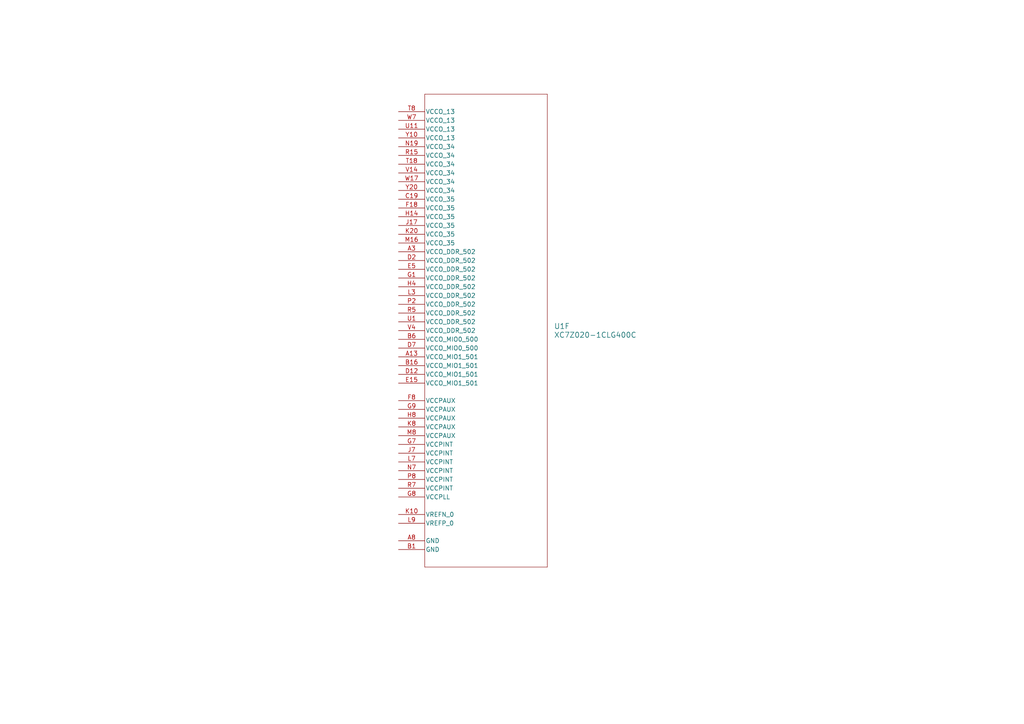
<source format=kicad_sch>
(kicad_sch (version 20231120) (generator "eeschema") (generator_version "8.0")
  (paper "A4")
  (lib_symbols
    (symbol "ZYNC-7020/XC7Z020-1CLG400C:XC7Z020-1CLG400C" (pin_names (offset 0.254))
      (property "Reference" "U" (at 43.18 10.16 0))
      (property "Value" "XC7Z020-1CLG400C" (at 43.18 7.62 0))
      (symbol "XC7Z020-1CLG400C_1_1"
        (polyline (pts (xy 7.62 -91.44) (xy 78.74 -91.44)) (stroke (width 0.127)))
        (polyline (pts (xy 7.62 5.08) (xy 7.62 -91.44)) (stroke (width 0.127)))
        (polyline (pts (xy 78.74 -91.44) (xy 78.74 5.08)) (stroke (width 0.127)))
        (polyline (pts (xy 78.74 5.08) (xy 7.62 5.08)) (stroke (width 0.127)))
        (pin output line (at 86.36 -58.42 180) (length 7.62) (name "PS_DDR_DM0_502") (number "A1"))
        (pin input line (at 0 -12.7 0) (length 7.62) (name "PS_SRST_B_501") (number "B10"))
        (pin output line (at 86.36 -68.58 180) (length 7.62) (name "PS_DDR_DRST_B_502") (number "B4"))
        (pin input line (at 0 -10.16 0) (length 7.62) (name "PS_POR_B_500") (number "C7"))
        (pin output line (at 86.36 -33.02 180) (length 7.62) (name "PS_DDR_A13_502") (number "D4"))
        (pin output line (at 86.36 -30.48 180) (length 7.62) (name "PS_DDR_A12_502") (number "E4"))
        (pin input line (at 0 -7.62 0) (length 7.62) (name "PS_CLK_500") (number "E7"))
        (pin output line (at 86.36 -60.96 180) (length 7.62) (name "PS_DDR_DM1_502") (number "F1"))
        (pin output line (at 86.36 -35.56 180) (length 7.62) (name "PS_DDR_A14_502") (number "F4"))
        (pin output line (at 86.36 -25.4 180) (length 7.62) (name "PS_DDR_A10_502") (number "F5"))
        (pin output line (at 86.36 -86.36 180) (length 7.62) (name "TDO_0") (number "F6"))
        (pin input line (at 0 -15.24 0) (length 7.62) (name "TCK_0") (number "F9"))
        (pin bidirectional line (at 0 -43.18 0) (length 7.62) (name "IO_0_35") (number "G14"))
        (pin output line (at 86.36 -27.94 180) (length 7.62) (name "PS_DDR_A11_502") (number "G4"))
        (pin output line (at 86.36 -76.2 180) (length 7.62) (name "PS_DDR_VRN_502") (number "G5"))
        (pin input line (at 0 -17.78 0) (length 7.62) (name "TDI_0") (number "G6"))
        (pin output line (at 86.36 -78.74 180) (length 7.62) (name "PS_DDR_VRP_502") (number "H5"))
        (pin bidirectional line (at 0 -50.8 0) (length 7.62) (name "IO_25_35") (number "J15"))
        (pin output line (at 86.36 -22.86 180) (length 7.62) (name "PS_DDR_A9_502") (number "J4"))
        (pin output line (at 86.36 -43.18 180) (length 7.62) (name "PS_DDR_BA2_502") (number "J5"))
        (pin input line (at 0 -20.32 0) (length 7.62) (name "TMS_0") (number "J6"))
        (pin output line (at 86.36 -20.32 180) (length 7.62) (name "PS_DDR_A8_502") (number "K1"))
        (pin output line (at 86.36 -2.54 180) (length 7.62) (name "PS_DDR_A1_502") (number "K2"))
        (pin output line (at 86.36 -7.62 180) (length 7.62) (name "PS_DDR_A3_502") (number "K3"))
        (pin output line (at 86.36 -17.78 180) (length 7.62) (name "PS_DDR_A7_502") (number "K4"))
        (pin input line (at 0 -25.4 0) (length 7.62) (name "VP_0") (number "K9"))
        (pin output line (at 86.36 -12.7 180) (length 7.62) (name "PS_DDR_A5_502") (number "L1"))
        (pin input line (at 0 -22.86 0) (length 7.62) (name "VN_0") (number "L10"))
        (pin output line (at 86.36 -53.34 180) (length 7.62) (name "PS_DDR_CKP_502") (number "L2"))
        (pin output line (at 86.36 -15.24 180) (length 7.62) (name "PS_DDR_A6_502") (number "L4"))
        (pin output line (at 86.36 -38.1 180) (length 7.62) (name "PS_DDR_BA0_502") (number "L5"))
        (pin input line (at 0 -5.08 0) (length 7.62) (name "PROGRAM_B_0") (number "L6"))
        (pin unspecified line (at 0 -33.02 0) (length 7.62) (name "DXN_0") (number "M10"))
        (pin output line (at 86.36 -50.8 180) (length 7.62) (name "PS_DDR_CKN_502") (number "M2"))
        (pin output line (at 86.36 -5.08 180) (length 7.62) (name "PS_DDR_A2_502") (number "M3"))
        (pin output line (at 86.36 -10.16 180) (length 7.62) (name "PS_DDR_A4_502") (number "M4"))
        (pin output line (at 86.36 -81.28 180) (length 7.62) (name "PS_DDR_WE_B_502") (number "M5"))
        (pin input line (at 0 0 0) (length 7.62) (name "CFGBVS_0") (number "M6"))
        (pin unspecified line (at 0 -35.56 0) (length 7.62) (name "DXP_0") (number "M9"))
        (pin output line (at 86.36 -55.88 180) (length 7.62) (name "PS_DDR_CS_B_502") (number "N1"))
        (pin output line (at 86.36 0 180) (length 7.62) (name "PS_DDR_A0_502") (number "N2"))
        (pin output line (at 86.36 -48.26 180) (length 7.62) (name "PS_DDR_CKE_502") (number "N3"))
        (pin output line (at 86.36 -71.12 180) (length 7.62) (name "PS_DDR_ODT_502") (number "N5"))
        (pin output line (at 86.36 -73.66 180) (length 7.62) (name "PS_DDR_RAS_B_502") (number "P4"))
        (pin output line (at 86.36 -45.72 180) (length 7.62) (name "PS_DDR_CAS_B_502") (number "P5"))
        (pin bidirectional line (at 0 -2.54 0) (length 7.62) (name "INIT_B_0") (number "R10"))
        (pin bidirectional line (at 0 -30.48 0) (length 7.62) (name "DONE_0") (number "R11"))
        (pin bidirectional line (at 0 -40.64 0) (length 7.62) (name "IO_0_34") (number "R19"))
        (pin output line (at 86.36 -40.64 180) (length 7.62) (name "PS_DDR_BA1_502") (number "R4"))
        (pin output line (at 86.36 -63.5 180) (length 7.62) (name "PS_DDR_DM2_502") (number "T1"))
        (pin bidirectional line (at 0 -48.26 0) (length 7.62) (name "IO_25_34") (number "T19"))
        (pin output line (at 86.36 -66.04 180) (length 7.62) (name "PS_DDR_DM3_502") (number "Y1"))
      )
      (symbol "XC7Z020-1CLG400C_2_1"
        (polyline (pts (xy 7.62 -129.54) (xy 114.3 -129.54)) (stroke (width 0.127)))
        (polyline (pts (xy 7.62 5.08) (xy 7.62 -129.54)) (stroke (width 0.127)))
        (polyline (pts (xy 114.3 -129.54) (xy 114.3 5.08)) (stroke (width 0.127)))
        (polyline (pts (xy 114.3 5.08) (xy 7.62 5.08)) (stroke (width 0.127)))
        (pin bidirectional line (at 121.92 -5.08 180) (length 7.62) (name "IO_L2N_T0_AD8N_35") (number "A20"))
        (pin bidirectional line (at 121.92 -7.62 180) (length 7.62) (name "IO_L2P_T0_AD8P_35") (number "B19"))
        (pin bidirectional line (at 121.92 0 180) (length 7.62) (name "IO_L1N_T0_AD0N_35") (number "B20"))
        (pin bidirectional line (at 121.92 -2.54 180) (length 7.62) (name "IO_L1P_T0_AD0P_35") (number "C20"))
        (pin bidirectional line (at 121.92 -10.16 180) (length 7.62) (name "IO_L3N_T0_DQS_AD1N_35") (number "D18"))
        (pin bidirectional line (at 0 -22.86 0) (length 7.62) (name "IO_L4P_T0_35") (number "D19"))
        (pin bidirectional line (at 0 -17.78 0) (length 7.62) (name "IO_L4N_T0_35") (number "D20"))
        (pin bidirectional line (at 121.92 -12.7 180) (length 7.62) (name "IO_L3P_T0_DQS_AD1P_35") (number "E17"))
        (pin bidirectional line (at 121.92 -17.78 180) (length 7.62) (name "IO_L5P_T0_AD9P_35") (number "E18"))
        (pin bidirectional line (at 121.92 -15.24 180) (length 7.62) (name "IO_L5N_T0_AD9N_35") (number "E19"))
        (pin bidirectional line (at 0 -33.02 0) (length 7.62) (name "IO_L6P_T0_35") (number "F16"))
        (pin bidirectional line (at 121.92 -48.26 180) (length 7.62) (name "IO_L15P_T2_DQS_AD12P_35") (number "F19"))
        (pin bidirectional line (at 121.92 -45.72 180) (length 7.62) (name "IO_L15N_T2_DQS_AD12N_35") (number "F20"))
        (pin bidirectional line (at 121.92 -88.9 180) (length 7.62) (name "IO_L16P_T2_35") (number "G17"))
        (pin bidirectional line (at 121.92 -81.28 180) (length 7.62) (name "IO_L16N_T2_35") (number "G18"))
        (pin bidirectional line (at 121.92 -58.42 180) (length 7.62) (name "IO_L18P_T2_AD13P_35") (number "G19"))
        (pin bidirectional line (at 121.92 -55.88 180) (length 7.62) (name "IO_L18N_T2_AD13N_35") (number "G20"))
        (pin bidirectional line (at 121.92 -116.84 180) (length 7.62) (name "IO_L19P_T3_35") (number "H15"))
        (pin bidirectional line (at 0 -99.06 0) (length 7.62) (name "IO_L13P_T2_MRCC_35") (number "H16"))
        (pin bidirectional line (at 0 -91.44 0) (length 7.62) (name "IO_L13N_T2_MRCC_35") (number "H17"))
        (pin bidirectional line (at 121.92 -40.64 180) (length 7.62) (name "IO_L14N_T2_AD4N_SRCC_35") (number "H18"))
        (pin bidirectional line (at 121.92 -50.8 180) (length 7.62) (name "IO_L17N_T2_AD5N_35") (number "H20"))
        (pin bidirectional line (at 121.92 -60.96 180) (length 7.62) (name "IO_L20N_T3_AD6N_35") (number "J14"))
        (pin bidirectional line (at 121.92 -76.2 180) (length 7.62) (name "IO_L24N_T3_AD15N_35") (number "J16"))
        (pin bidirectional line (at 121.92 -43.18 180) (length 7.62) (name "IO_L14P_T2_AD4P_SRCC_35") (number "J18"))
        (pin bidirectional line (at 121.92 -35.56 180) (length 7.62) (name "IO_L10N_T1_AD11N_35") (number "J19"))
        (pin bidirectional line (at 121.92 -53.34 180) (length 7.62) (name "IO_L17P_T2_AD5P_35") (number "J20"))
        (pin bidirectional line (at 121.92 -63.5 180) (length 7.62) (name "IO_L20P_T3_AD6P_35") (number "K14"))
        (pin bidirectional line (at 121.92 -78.74 180) (length 7.62) (name "IO_L24P_T3_AD15P_35") (number "K16"))
        (pin bidirectional line (at 0 -83.82 0) (length 7.62) (name "IO_L12P_T1_MRCC_35") (number "K17"))
        (pin bidirectional line (at 0 -76.2 0) (length 7.62) (name "IO_L12N_T1_MRCC_35") (number "K18"))
        (pin bidirectional line (at 121.92 -38.1 180) (length 7.62) (name "IO_L10P_T1_AD11P_35") (number "K19"))
        (pin bidirectional line (at 121.92 -73.66 180) (length 7.62) (name "IO_L22P_T3_AD7P_35") (number "L14"))
        (pin bidirectional line (at 121.92 -71.12 180) (length 7.62) (name "IO_L22N_T3_AD7N_35") (number "L15"))
        (pin bidirectional line (at 0 -68.58 0) (length 7.62) (name "IO_L11P_T1_SRCC_35") (number "L16"))
        (pin bidirectional line (at 0 -60.96 0) (length 7.62) (name "IO_L11N_T1_SRCC_35") (number "L17"))
        (pin bidirectional line (at 121.92 -33.02 180) (length 7.62) (name "IO_L9P_T1_DQS_AD3P_35") (number "L19"))
        (pin bidirectional line (at 121.92 -30.48 180) (length 7.62) (name "IO_L9N_T1_DQS_AD3N_35") (number "L20"))
        (pin bidirectional line (at 121.92 -27.94 180) (length 7.62) (name "IO_L8P_T1_AD10P_35") (number "M17"))
        (pin bidirectional line (at 121.92 -25.4 180) (length 7.62) (name "IO_L8N_T1_AD10N_35") (number "M18"))
        (pin bidirectional line (at 121.92 -22.86 180) (length 7.62) (name "IO_L7P_T1_AD2P_35") (number "M19"))
        (pin bidirectional line (at 121.92 -20.32 180) (length 7.62) (name "IO_L7N_T1_AD2N_35") (number "M20"))
        (pin bidirectional line (at 121.92 -68.58 180) (length 7.62) (name "IO_L21P_T3_DQS_AD14P_35") (number "N15"))
        (pin bidirectional line (at 121.92 -66.04 180) (length 7.62) (name "IO_L21N_T3_DQS_AD14N_35") (number "N16"))
        (pin bidirectional line (at 0 -96.52 0) (length 7.62) (name "IO_L13P_T2_MRCC_34") (number "N18"))
        (pin bidirectional line (at 0 -109.22 0) (length 7.62) (name "IO_L14P_T2_SRCC_34") (number "N20"))
        (pin bidirectional line (at 0 -30.48 0) (length 7.62) (name "IO_L6P_T0_34") (number "P14"))
        (pin bidirectional line (at 0 -88.9 0) (length 7.62) (name "IO_L13N_T2_MRCC_34") (number "P19"))
        (pin bidirectional line (at 0 -104.14 0) (length 7.62) (name "IO_L14N_T2_SRCC_34") (number "P20"))
        (pin bidirectional line (at 121.92 -114.3 180) (length 7.62) (name "IO_L19P_T3_34") (number "R16"))
        (pin bidirectional line (at 121.92 -121.92 180) (length 7.62) (name "IO_L20N_T3_34") (number "R18"))
        (pin bidirectional line (at 0 0 0) (length 7.62) (name "IO_L1N_T0_34") (number "T10"))
        (pin bidirectional line (at 0 -2.54 0) (length 7.62) (name "IO_L1P_T0_34") (number "T11"))
        (pin bidirectional line (at 0 -7.62 0) (length 7.62) (name "IO_L2P_T0_34") (number "T12"))
        (pin bidirectional line (at 0 -27.94 0) (length 7.62) (name "IO_L5P_T0_34") (number "T14"))
        (pin bidirectional line (at 0 -25.4 0) (length 7.62) (name "IO_L5N_T0_34") (number "T15"))
        (pin bidirectional line (at 0 -48.26 0) (length 7.62) (name "IO_L9P_T1_DQS_34") (number "T16"))
        (pin bidirectional line (at 0 -119.38 0) (length 7.62) (name "IO_L15P_T2_DQS_34") (number "T20"))
        (pin bidirectional line (at 121.92 -111.76 180) (length 7.62) (name "IO_L19P_T3_13") (number "T5"))
        (pin bidirectional line (at 0 -78.74 0) (length 7.62) (name "IO_L12P_T1_MRCC_13") (number "T9"))
        (pin bidirectional line (at 0 -71.12 0) (length 7.62) (name "IO_L12N_T1_MRCC_13") (number "U10"))
        (pin bidirectional line (at 0 -5.08 0) (length 7.62) (name "IO_L2N_T0_34") (number "U12"))
        (pin bidirectional line (at 0 -12.7 0) (length 7.62) (name "IO_L3P_T0_DQS_PUDC_B_34") (number "U13"))
        (pin bidirectional line (at 0 -66.04 0) (length 7.62) (name "IO_L11P_T1_SRCC_34") (number "U14"))
        (pin bidirectional line (at 0 -58.42 0) (length 7.62) (name "IO_L11N_T1_SRCC_34") (number "U15"))
        (pin bidirectional line (at 0 -45.72 0) (length 7.62) (name "IO_L9N_T1_DQS_34") (number "U17"))
        (pin bidirectional line (at 0 -81.28 0) (length 7.62) (name "IO_L12P_T1_MRCC_34") (number "U18"))
        (pin bidirectional line (at 0 -73.66 0) (length 7.62) (name "IO_L12N_T1_MRCC_34") (number "U19"))
        (pin bidirectional line (at 0 -114.3 0) (length 7.62) (name "IO_L15N_T2_DQS_34") (number "U20"))
        (pin bidirectional line (at 0 -63.5 0) (length 7.62) (name "IO_L11P_T1_SRCC_13") (number "U7"))
        (pin bidirectional line (at 121.92 -91.44 180) (length 7.62) (name "IO_L17N_T2_13") (number "U8"))
        (pin bidirectional line (at 121.92 -96.52 180) (length 7.62) (name "IO_L17P_T2_13") (number "U9"))
        (pin bidirectional line (at 0 -20.32 0) (length 7.62) (name "IO_L4P_T0_34") (number "V12"))
        (pin bidirectional line (at 0 -10.16 0) (length 7.62) (name "IO_L3N_T0_DQS_34") (number "V13"))
        (pin bidirectional line (at 0 -53.34 0) (length 7.62) (name "IO_L10P_T1_34") (number "V15"))
        (pin bidirectional line (at 121.92 -109.22 180) (length 7.62) (name "IO_L18P_T2_34") (number "V16"))
        (pin bidirectional line (at 121.92 -86.36 180) (length 7.62) (name "IO_L16P_T2_34") (number "V20"))
        (pin bidirectional line (at 0 -55.88 0) (length 7.62) (name "IO_L11N_T1_SRCC_13") (number "V7"))
        (pin bidirectional line (at 0 -116.84 0) (length 7.62) (name "IO_L15P_T2_DQS_13") (number "V8"))
        (pin bidirectional line (at 121.92 -83.82 180) (length 7.62) (name "IO_L16P_T2_13") (number "W10"))
        (pin bidirectional line (at 121.92 -106.68 180) (length 7.62) (name "IO_L18P_T2_13") (number "W11"))
        (pin bidirectional line (at 0 -15.24 0) (length 7.62) (name "IO_L4N_T0_34") (number "W13"))
        (pin bidirectional line (at 0 -43.18 0) (length 7.62) (name "IO_L8P_T1_34") (number "W14"))
        (pin bidirectional line (at 0 -50.8 0) (length 7.62) (name "IO_L10N_T1_34") (number "W15"))
        (pin bidirectional line (at 121.92 -104.14 180) (length 7.62) (name "IO_L18N_T2_34") (number "W16"))
        (pin bidirectional line (at 0 -124.46 0) (length 7.62) (name "IO_L16N_T2_34") (number "W20"))
        (pin bidirectional line (at 0 -111.76 0) (length 7.62) (name "IO_L15N_T2_DQS_13") (number "W8"))
        (pin bidirectional line (at 0 -121.92 0) (length 7.62) (name "IO_L16N_T2_13") (number "W9"))
        (pin bidirectional line (at 121.92 -101.6 180) (length 7.62) (name "IO_L18N_T2_13") (number "Y11"))
        (pin bidirectional line (at 121.92 -124.46 180) (length 7.62) (name "IO_L20P_T3_13") (number "Y12"))
        (pin bidirectional line (at 121.92 -119.38 180) (length 7.62) (name "IO_L20N_T3_13") (number "Y13"))
        (pin bidirectional line (at 0 -40.64 0) (length 7.62) (name "IO_L8N_T1_34") (number "Y14"))
        (pin bidirectional line (at 0 -38.1 0) (length 7.62) (name "IO_L7P_T1_34") (number "Y16"))
        (pin bidirectional line (at 0 -35.56 0) (length 7.62) (name "IO_L7N_T1_34") (number "Y17"))
        (pin bidirectional line (at 121.92 -99.06 180) (length 7.62) (name "IO_L17P_T2_34") (number "Y18"))
        (pin bidirectional line (at 121.92 -93.98 180) (length 7.62) (name "IO_L17N_T2_34") (number "Y19"))
        (pin bidirectional line (at 0 -86.36 0) (length 7.62) (name "IO_L13N_T2_MRCC_13") (number "Y6"))
        (pin bidirectional line (at 0 -93.98 0) (length 7.62) (name "IO_L13P_T2_MRCC_13") (number "Y7"))
        (pin bidirectional line (at 0 -101.6 0) (length 7.62) (name "IO_L14N_T2_SRCC_13") (number "Y8"))
        (pin bidirectional line (at 0 -106.68 0) (length 7.62) (name "IO_L14P_T2_SRCC_13") (number "Y9"))
      )
      (symbol "XC7Z020-1CLG400C_3_1"
        (polyline (pts (xy 7.62 -129.54) (xy 88.9 -129.54)) (stroke (width 0.127)))
        (polyline (pts (xy 7.62 5.08) (xy 7.62 -129.54)) (stroke (width 0.127)))
        (polyline (pts (xy 88.9 -129.54) (xy 88.9 5.08)) (stroke (width 0.127)))
        (polyline (pts (xy 88.9 5.08) (xy 7.62 5.08)) (stroke (width 0.127)))
        (pin bidirectional line (at 96.52 -106.68 180) (length 7.62) (name "PS_MIO37_501") (number "A10"))
        (pin bidirectional line (at 96.52 -104.14 180) (length 7.62) (name "PS_MIO36_501") (number "A11"))
        (pin bidirectional line (at 96.52 -99.06 180) (length 7.62) (name "PS_MIO34_501") (number "A12"))
        (pin bidirectional line (at 96.52 -93.98 180) (length 7.62) (name "PS_MIO32_501") (number "A14"))
        (pin bidirectional line (at 96.52 -78.74 180) (length 7.62) (name "PS_MIO26_501") (number "A15"))
        (pin bidirectional line (at 96.52 -73.66 180) (length 7.62) (name "PS_MIO24_501") (number "A16"))
        (pin bidirectional line (at 96.52 -63.5 180) (length 7.62) (name "PS_MIO20_501") (number "A17"))
        (pin bidirectional line (at 96.52 -53.34 180) (length 7.62) (name "PS_MIO16_501") (number "A19"))
        (pin bidirectional line (at 0 -43.18 0) (length 7.62) (name "PS_DDR_DQ2_502") (number "A2"))
        (pin bidirectional line (at 0 -45.72 0) (length 7.62) (name "PS_DDR_DQ3_502") (number "A4"))
        (pin bidirectional line (at 96.52 -27.94 180) (length 7.62) (name "PS_MIO6_500") (number "A5"))
        (pin bidirectional line (at 96.52 -25.4 180) (length 7.62) (name "PS_MIO5_500") (number "A6"))
        (pin bidirectional line (at 96.52 -15.24 180) (length 7.62) (name "PS_MIO1_500") (number "A7"))
        (pin bidirectional line (at 96.52 -121.92 180) (length 7.62) (name "PS_MIO43_501") (number "A9"))
        (pin bidirectional line (at 96.52 -68.58 180) (length 7.62) (name "PS_MIO22_501") (number "B17"))
        (pin bidirectional line (at 96.52 -58.42 180) (length 7.62) (name "PS_MIO18_501") (number "B18"))
        (pin bidirectional line (at 0 -119.38 0) (length 7.62) (name "PS_DDR_DQS_N0_502") (number "B2"))
        (pin bidirectional line (at 0 -40.64 0) (length 7.62) (name "PS_DDR_DQ1_502") (number "B3"))
        (pin bidirectional line (at 96.52 -35.56 180) (length 7.62) (name "PS_MIO9_500") (number "B5"))
        (pin bidirectional line (at 96.52 -22.86 180) (length 7.62) (name "PS_MIO4_500") (number "B7"))
        (pin bidirectional line (at 96.52 -17.78 180) (length 7.62) (name "PS_MIO2_500") (number "B8"))
        (pin bidirectional line (at 0 -53.34 0) (length 7.62) (name "PS_DDR_DQ6_502") (number "C1"))
        (pin bidirectional line (at 96.52 -86.36 180) (length 7.62) (name "PS_MIO29_501") (number "C13"))
        (pin bidirectional line (at 96.52 -88.9 180) (length 7.62) (name "PS_MIO30_501") (number "C15"))
        (pin bidirectional line (at 96.52 -83.82 180) (length 7.62) (name "PS_MIO28_501") (number "C16"))
        (pin bidirectional line (at 96.52 -116.84 180) (length 7.62) (name "PS_MIO41_501") (number "C17"))
        (pin bidirectional line (at 96.52 -111.76 180) (length 7.62) (name "PS_MIO39_501") (number "C18"))
        (pin bidirectional line (at 96.52 -2.54 180) (length 7.62) (name "PS_DDR_DQS_P0_502") (number "C2"))
        (pin bidirectional line (at 0 -38.1 0) (length 7.62) (name "PS_DDR_DQ0_502") (number "C3"))
        (pin bidirectional line (at 96.52 -48.26 180) (length 7.62) (name "PS_MIO14_500") (number "C5"))
        (pin bidirectional line (at 96.52 -40.64 180) (length 7.62) (name "PS_MIO11_500") (number "C6"))
        (pin bidirectional line (at 96.52 -50.8 180) (length 7.62) (name "PS_MIO15_500") (number "C8"))
        (pin bidirectional line (at 0 -50.8 0) (length 7.62) (name "PS_DDR_DQ5_502") (number "D1"))
        (pin bidirectional line (at 96.52 -60.96 180) (length 7.62) (name "PS_MIO19_501") (number "D10"))
        (pin bidirectional line (at 96.52 -71.12 180) (length 7.62) (name "PS_MIO23_501") (number "D11"))
        (pin bidirectional line (at 96.52 -81.28 180) (length 7.62) (name "PS_MIO27_501") (number "D13"))
        (pin bidirectional line (at 96.52 -114.3 180) (length 7.62) (name "PS_MIO40_501") (number "D14"))
        (pin bidirectional line (at 96.52 -96.52 180) (length 7.62) (name "PS_MIO33_501") (number "D15"))
        (pin bidirectional line (at 0 -48.26 0) (length 7.62) (name "PS_DDR_DQ4_502") (number "D3"))
        (pin bidirectional line (at 96.52 -33.02 180) (length 7.62) (name "PS_MIO8_500") (number "D5"))
        (pin bidirectional line (at 96.52 -20.32 180) (length 7.62) (name "PS_MIO3_500") (number "D6"))
        (pin bidirectional line (at 96.52 -30.48 180) (length 7.62) (name "PS_MIO7_500") (number "D8"))
        (pin bidirectional line (at 96.52 -43.18 180) (length 7.62) (name "PS_MIO12_500") (number "D9"))
        (pin bidirectional line (at 0 -55.88 0) (length 7.62) (name "PS_DDR_DQ7_502") (number "E1"))
        (pin bidirectional line (at 96.52 -119.38 180) (length 7.62) (name "PS_MIO42_501") (number "E12"))
        (pin bidirectional line (at 96.52 -109.22 180) (length 7.62) (name "PS_MIO38_501") (number "E13"))
        (pin bidirectional line (at 96.52 -55.88 180) (length 7.62) (name "PS_MIO17_501") (number "E14"))
        (pin bidirectional line (at 96.52 -91.44 180) (length 7.62) (name "PS_MIO31_501") (number "E16"))
        (pin bidirectional line (at 0 -58.42 0) (length 7.62) (name "PS_DDR_DQ8_502") (number "E2"))
        (pin bidirectional line (at 0 -60.96 0) (length 7.62) (name "PS_DDR_DQ9_502") (number "E3"))
        (pin bidirectional line (at 96.52 -12.7 180) (length 7.62) (name "PS_MIO0_500") (number "E6"))
        (pin bidirectional line (at 96.52 -45.72 180) (length 7.62) (name "PS_MIO13_500") (number "E8"))
        (pin bidirectional line (at 96.52 -38.1 180) (length 7.62) (name "PS_MIO10_500") (number "E9"))
        (pin bidirectional line (at 96.52 -101.6 180) (length 7.62) (name "PS_MIO35_501") (number "F12"))
        (pin bidirectional line (at 96.52 -124.46 180) (length 7.62) (name "PS_MIO44_501") (number "F13"))
        (pin bidirectional line (at 96.52 -66.04 180) (length 7.62) (name "PS_MIO21_501") (number "F14"))
        (pin bidirectional line (at 96.52 -76.2 180) (length 7.62) (name "PS_MIO25_501") (number "F15"))
        (pin bidirectional line (at 0 -121.92 0) (length 7.62) (name "PS_DDR_DQS_N1_502") (number "F2"))
        (pin bidirectional line (at 96.52 -5.08 180) (length 7.62) (name "PS_DDR_DQS_P1_502") (number "G2"))
        (pin bidirectional line (at 0 -63.5 0) (length 7.62) (name "PS_DDR_DQ10_502") (number "G3"))
        (pin bidirectional line (at 0 -73.66 0) (length 7.62) (name "PS_DDR_DQ14_502") (number "H1"))
        (pin bidirectional line (at 0 -71.12 0) (length 7.62) (name "PS_DDR_DQ13_502") (number "H2"))
        (pin bidirectional line (at 0 -66.04 0) (length 7.62) (name "PS_DDR_DQ11_502") (number "H3"))
        (pin bidirectional line (at 0 -76.2 0) (length 7.62) (name "PS_DDR_DQ15_502") (number "J1"))
        (pin bidirectional line (at 0 -68.58 0) (length 7.62) (name "PS_DDR_DQ12_502") (number "J3"))
        (pin bidirectional line (at 0 -30.48 0) (length 7.62) (name "IO_L23P_T3_35") (number "M14"))
        (pin bidirectional line (at 0 -25.4 0) (length 7.62) (name "IO_L23N_T3_35") (number "M15"))
        (pin bidirectional line (at 0 -27.94 0) (length 7.62) (name "IO_L23P_T3_34") (number "N17"))
        (pin bidirectional line (at 0 -78.74 0) (length 7.62) (name "PS_DDR_DQ16_502") (number "P1"))
        (pin bidirectional line (at 0 -35.56 0) (length 7.62) (name "IO_L24P_T3_34") (number "P15"))
        (pin bidirectional line (at 0 -33.02 0) (length 7.62) (name "IO_L24N_T3_34") (number "P16"))
        (pin bidirectional line (at 0 -22.86 0) (length 7.62) (name "IO_L23N_T3_34") (number "P18"))
        (pin bidirectional line (at 0 -81.28 0) (length 7.62) (name "PS_DDR_DQ17_502") (number "P3"))
        (pin bidirectional line (at 0 -86.36 0) (length 7.62) (name "PS_DDR_DQ19_502") (number "R1"))
        (pin bidirectional line (at 96.52 -7.62 180) (length 7.62) (name "PS_DDR_DQS_P2_502") (number "R2"))
        (pin bidirectional line (at 0 -83.82 0) (length 7.62) (name "PS_DDR_DQ18_502") (number "R3"))
        (pin bidirectional line (at 0 0 0) (length 7.62) (name "IO_L20P_T3_34") (number "T17"))
        (pin bidirectional line (at 0 -124.46 0) (length 7.62) (name "PS_DDR_DQS_N2_502") (number "T2"))
        (pin bidirectional line (at 0 -88.9 0) (length 7.62) (name "PS_DDR_DQ20_502") (number "T4"))
        (pin bidirectional line (at 0 -93.98 0) (length 7.62) (name "PS_DDR_DQ22_502") (number "U2"))
        (pin bidirectional line (at 0 -96.52 0) (length 7.62) (name "PS_DDR_DQ23_502") (number "U3"))
        (pin bidirectional line (at 0 -91.44 0) (length 7.62) (name "PS_DDR_DQ21_502") (number "U4"))
        (pin bidirectional line (at 0 -99.06 0) (length 7.62) (name "PS_DDR_DQ24_502") (number "V1"))
        (pin bidirectional line (at 0 -2.54 0) (length 7.62) (name "IO_L21N_T3_DQS_13") (number "V10"))
        (pin bidirectional line (at 0 -7.62 0) (length 7.62) (name "IO_L21P_T3_DQS_13") (number "V11"))
        (pin bidirectional line (at 0 -10.16 0) (length 7.62) (name "IO_L21P_T3_DQS_34") (number "V17"))
        (pin bidirectional line (at 0 -5.08 0) (length 7.62) (name "IO_L21N_T3_DQS_34") (number "V18"))
        (pin bidirectional line (at 0 -114.3 0) (length 7.62) (name "PS_DDR_DQ30_502") (number "V2"))
        (pin bidirectional line (at 0 -116.84 0) (length 7.62) (name "PS_DDR_DQ31_502") (number "V3"))
        (pin bidirectional line (at 0 -17.78 0) (length 7.62) (name "IO_L22P_T3_13") (number "V6"))
        (pin bidirectional line (at 0 -104.14 0) (length 7.62) (name "PS_DDR_DQ26_502") (number "W1"))
        (pin bidirectional line (at 0 -20.32 0) (length 7.62) (name "IO_L22P_T3_34") (number "W18"))
        (pin bidirectional line (at 0 -15.24 0) (length 7.62) (name "IO_L22N_T3_34") (number "W19"))
        (pin bidirectional line (at 0 -111.76 0) (length 7.62) (name "PS_DDR_DQ29_502") (number "W3"))
        (pin bidirectional line (at 96.52 0 180) (length 7.62) (name "PS_DDR_DQS_N3_502") (number "W4"))
        (pin bidirectional line (at 96.52 -10.16 180) (length 7.62) (name "PS_DDR_DQS_P3_502") (number "W5"))
        (pin bidirectional line (at 0 -12.7 0) (length 7.62) (name "IO_L22N_T3_13") (number "W6"))
        (pin bidirectional line (at 0 -109.22 0) (length 7.62) (name "PS_DDR_DQ28_502") (number "Y2"))
        (pin bidirectional line (at 0 -101.6 0) (length 7.62) (name "PS_DDR_DQ25_502") (number "Y3"))
        (pin bidirectional line (at 0 -106.68 0) (length 7.62) (name "PS_DDR_DQ27_502") (number "Y4"))
      )
      (symbol "XC7Z020-1CLG400C_4_1"
        (polyline (pts (xy 7.62 -25.4) (xy 43.18 -25.4)) (stroke (width 0.127)))
        (polyline (pts (xy 7.62 5.08) (xy 7.62 -25.4)) (stroke (width 0.127)))
        (polyline (pts (xy 43.18 -25.4) (xy 43.18 5.08)) (stroke (width 0.127)))
        (polyline (pts (xy 43.18 5.08) (xy 7.62 5.08)) (stroke (width 0.127)))
        (pin bidirectional line (at 0 -7.62 0) (length 7.62) (name "PS_MIO48_501") (number "B12"))
        (pin bidirectional line (at 0 -12.7 0) (length 7.62) (name "PS_MIO50_501") (number "B13"))
        (pin bidirectional line (at 0 -5.08 0) (length 7.62) (name "PS_MIO47_501") (number "B14"))
        (pin bidirectional line (at 0 0 0) (length 7.62) (name "PS_MIO45_501") (number "B15"))
        (pin bidirectional line (at 0 -15.24 0) (length 7.62) (name "PS_MIO51_501") (number "B9"))
        (pin bidirectional line (at 0 -17.78 0) (length 7.62) (name "PS_MIO52_501") (number "C10"))
        (pin bidirectional line (at 0 -20.32 0) (length 7.62) (name "PS_MIO53_501") (number "C11"))
        (pin bidirectional line (at 0 -10.16 0) (length 7.62) (name "PS_MIO49_501") (number "C12"))
        (pin bidirectional line (at 0 -2.54 0) (length 7.62) (name "PS_MIO46_501") (number "D16"))
      )
      (symbol "XC7Z020-1CLG400C_5_1"
        (polyline (pts (xy 7.62 -101.6) (xy 53.34 -101.6)) (stroke (width 0.127)))
        (polyline (pts (xy 7.62 7.62) (xy 7.62 -101.6)) (stroke (width 0.127)))
        (polyline (pts (xy 53.34 -101.6) (xy 53.34 7.62)) (stroke (width 0.127)))
        (polyline (pts (xy 53.34 7.62) (xy 7.62 7.62)) (stroke (width 0.127)))
        (pin power_in line (at 0 -25.4 0) (length 7.62) (name "PS_MIO_VREF_501") (number "E11"))
        (pin power_in line (at 0 -60.96 0) (length 7.62) (name "VCCBATT_0") (number "F11"))
        (pin bidirectional line (at 0 -5.08 0) (length 7.62) (name "IO_L6N_T0_VREF_35") (number "F17"))
        (pin power_in line (at 0 -63.5 0) (length 7.62) (name "VCCBRAM") (number "G11"))
        (pin power_in line (at 0 -71.12 0) (length 7.62) (name "VCCINT") (number "G13"))
        (pin bidirectional line (at 0 -12.7 0) (length 7.62) (name "IO_L19N_T3_VREF_35") (number "G15"))
        (pin power_in line (at 0 -66.04 0) (length 7.62) (name "VCCBRAM") (number "H10"))
        (pin power_in line (at 0 -73.66 0) (length 7.62) (name "VCCINT") (number "H12"))
        (pin power_in line (at 0 -17.78 0) (length 7.62) (name "PS_DDR_VREF0_502") (number "H6"))
        (pin power_in line (at 0 -48.26 0) (length 7.62) (name "VCCAUX") (number "J11"))
        (pin power_in line (at 0 -76.2 0) (length 7.62) (name "VCCINT") (number "J13"))
        (pin power_in line (at 0 -40.64 0) (length 7.62) (name "VCCADC_0") (number "J9"))
        (pin power_in line (at 0 -78.74 0) (length 7.62) (name "VCCINT") (number "K12"))
        (pin power_in line (at 0 -96.52 0) (length 7.62) (name "VCCO_0") (number "K6"))
        (pin power_in line (at 0 -50.8 0) (length 7.62) (name "VCCAUX") (number "L11"))
        (pin power_in line (at 0 -81.28 0) (length 7.62) (name "VCCINT") (number "L13"))
        (pin power_in line (at 0 -83.82 0) (length 7.62) (name "VCCINT") (number "M12"))
        (pin power_in line (at 0 -53.34 0) (length 7.62) (name "VCCAUX") (number "N11"))
        (pin power_in line (at 0 -86.36 0) (length 7.62) (name "VCCINT") (number "N13"))
        (pin power_in line (at 0 -35.56 0) (length 7.62) (name "RSVDVCC3") (number "N6"))
        (pin power_in line (at 0 -43.18 0) (length 7.62) (name "VCCAUX") (number "N9"))
        (pin power_in line (at 0 -55.88 0) (length 7.62) (name "VCCAUX") (number "P10"))
        (pin power_in line (at 0 -88.9 0) (length 7.62) (name "VCCINT") (number "P12"))
        (pin power_in line (at 0 -20.32 0) (length 7.62) (name "PS_DDR_VREF1_502") (number "P6"))
        (pin power_in line (at 0 -91.44 0) (length 7.62) (name "VCCINT") (number "R13"))
        (pin bidirectional line (at 0 -2.54 0) (length 7.62) (name "IO_L6N_T0_VREF_34") (number "R14"))
        (pin bidirectional line (at 0 -10.16 0) (length 7.62) (name "IO_L19N_T3_VREF_34") (number "R17"))
        (pin power_in line (at 0 -33.02 0) (length 7.62) (name "RSVDVCC2") (number "R6"))
        (pin power_in line (at 0 -45.72 0) (length 7.62) (name "VCCAUX") (number "R9"))
        (pin power_in line (at 0 -30.48 0) (length 7.62) (name "RSVDVCC1") (number "T6"))
        (pin bidirectional line (at 0 -7.62 0) (length 7.62) (name "IO_L19N_T3_VREF_13") (number "U5"))
        (pin bidirectional line (at 0 0 0) (length 7.62) (name "IO_L6N_T0_VREF_13") (number "V5"))
      )
      (symbol "XC7Z020-1CLG400C_6_1"
        (polyline (pts (xy 7.62 -132.08) (xy 43.18 -132.08)) (stroke (width 0.127)))
        (polyline (pts (xy 7.62 5.08) (xy 7.62 -132.08)) (stroke (width 0.127)))
        (polyline (pts (xy 43.18 -132.08) (xy 43.18 5.08)) (stroke (width 0.127)))
        (polyline (pts (xy 43.18 5.08) (xy 7.62 5.08)) (stroke (width 0.127)))
        (pin power_in line (at 0 -71.12 0) (length 7.62) (name "VCCO_MIO1_501") (number "A13"))
        (pin power_in line (at 0 -40.64 0) (length 7.62) (name "VCCO_DDR_502") (number "A3"))
        (pin power_out line (at 0 -124.46 0) (length 7.62) (name "GND") (number "A8"))
        (pin power_out line (at 0 -127 0) (length 7.62) (name "GND") (number "B1"))
        (pin power_in line (at 0 -73.66 0) (length 7.62) (name "VCCO_MIO1_501") (number "B16"))
        (pin power_in line (at 0 -66.04 0) (length 7.62) (name "VCCO_MIO0_500") (number "B6"))
        (pin power_in line (at 0 -25.4 0) (length 7.62) (name "VCCO_35") (number "C19"))
        (pin power_in line (at 0 -76.2 0) (length 7.62) (name "VCCO_MIO1_501") (number "D12"))
        (pin power_in line (at 0 -43.18 0) (length 7.62) (name "VCCO_DDR_502") (number "D2"))
        (pin power_in line (at 0 -68.58 0) (length 7.62) (name "VCCO_MIO0_500") (number "D7"))
        (pin power_in line (at 0 -78.74 0) (length 7.62) (name "VCCO_MIO1_501") (number "E15"))
        (pin power_in line (at 0 -45.72 0) (length 7.62) (name "VCCO_DDR_502") (number "E5"))
        (pin power_in line (at 0 -27.94 0) (length 7.62) (name "VCCO_35") (number "F18"))
        (pin power_in line (at 0 -83.82 0) (length 7.62) (name "VCCPAUX") (number "F8"))
        (pin power_in line (at 0 -48.26 0) (length 7.62) (name "VCCO_DDR_502") (number "G1"))
        (pin power_in line (at 0 -96.52 0) (length 7.62) (name "VCCPINT") (number "G7"))
        (pin power_in line (at 0 -111.76 0) (length 7.62) (name "VCCPLL") (number "G8"))
        (pin power_in line (at 0 -86.36 0) (length 7.62) (name "VCCPAUX") (number "G9"))
        (pin power_in line (at 0 -30.48 0) (length 7.62) (name "VCCO_35") (number "H14"))
        (pin power_in line (at 0 -50.8 0) (length 7.62) (name "VCCO_DDR_502") (number "H4"))
        (pin power_in line (at 0 -88.9 0) (length 7.62) (name "VCCPAUX") (number "H8"))
        (pin power_in line (at 0 -33.02 0) (length 7.62) (name "VCCO_35") (number "J17"))
        (pin power_in line (at 0 -99.06 0) (length 7.62) (name "VCCPINT") (number "J7"))
        (pin power_in line (at 0 -116.84 0) (length 7.62) (name "VREFN_0") (number "K10"))
        (pin power_in line (at 0 -35.56 0) (length 7.62) (name "VCCO_35") (number "K20"))
        (pin power_in line (at 0 -91.44 0) (length 7.62) (name "VCCPAUX") (number "K8"))
        (pin power_in line (at 0 -53.34 0) (length 7.62) (name "VCCO_DDR_502") (number "L3"))
        (pin power_in line (at 0 -101.6 0) (length 7.62) (name "VCCPINT") (number "L7"))
        (pin power_in line (at 0 -119.38 0) (length 7.62) (name "VREFP_0") (number "L9"))
        (pin power_in line (at 0 -38.1 0) (length 7.62) (name "VCCO_35") (number "M16"))
        (pin power_in line (at 0 -93.98 0) (length 7.62) (name "VCCPAUX") (number "M8"))
        (pin power_in line (at 0 -10.16 0) (length 7.62) (name "VCCO_34") (number "N19"))
        (pin power_in line (at 0 -104.14 0) (length 7.62) (name "VCCPINT") (number "N7"))
        (pin power_in line (at 0 -55.88 0) (length 7.62) (name "VCCO_DDR_502") (number "P2"))
        (pin power_in line (at 0 -106.68 0) (length 7.62) (name "VCCPINT") (number "P8"))
        (pin power_in line (at 0 -12.7 0) (length 7.62) (name "VCCO_34") (number "R15"))
        (pin power_in line (at 0 -58.42 0) (length 7.62) (name "VCCO_DDR_502") (number "R5"))
        (pin power_in line (at 0 -109.22 0) (length 7.62) (name "VCCPINT") (number "R7"))
        (pin power_in line (at 0 -15.24 0) (length 7.62) (name "VCCO_34") (number "T18"))
        (pin power_in line (at 0 0 0) (length 7.62) (name "VCCO_13") (number "T8"))
        (pin power_in line (at 0 -60.96 0) (length 7.62) (name "VCCO_DDR_502") (number "U1"))
        (pin power_in line (at 0 -5.08 0) (length 7.62) (name "VCCO_13") (number "U11"))
        (pin power_in line (at 0 -17.78 0) (length 7.62) (name "VCCO_34") (number "V14"))
        (pin power_in line (at 0 -63.5 0) (length 7.62) (name "VCCO_DDR_502") (number "V4"))
        (pin power_in line (at 0 -20.32 0) (length 7.62) (name "VCCO_34") (number "W17"))
        (pin power_in line (at 0 -2.54 0) (length 7.62) (name "VCCO_13") (number "W7"))
        (pin power_in line (at 0 -7.62 0) (length 7.62) (name "VCCO_13") (number "Y10"))
        (pin power_in line (at 0 -22.86 0) (length 7.62) (name "VCCO_34") (number "Y20"))
      )
      (symbol "XC7Z020-1CLG400C_7_1"
        (polyline (pts (xy 7.62 -132.08) (xy 33.02 -132.08)) (stroke (width 0.127)))
        (polyline (pts (xy 7.62 5.08) (xy 7.62 -132.08)) (stroke (width 0.127)))
        (polyline (pts (xy 33.02 -132.08) (xy 33.02 5.08)) (stroke (width 0.127)))
        (polyline (pts (xy 33.02 5.08) (xy 7.62 5.08)) (stroke (width 0.127)))
        (pin power_out line (at 0 -60.96 0) (length 7.62) (name "GND") (number "A18"))
        (pin power_out line (at 0 -63.5 0) (length 7.62) (name "GND") (number "B11"))
        (pin power_out line (at 0 -66.04 0) (length 7.62) (name "GND") (number "C14"))
        (pin power_out line (at 0 0 0) (length 7.62) (name "GND") (number "C4"))
        (pin power_out line (at 0 -2.54 0) (length 7.62) (name "GND") (number "C9"))
        (pin power_out line (at 0 -68.58 0) (length 7.62) (name "GND") (number "D17"))
        (pin power_out line (at 0 -71.12 0) (length 7.62) (name "GND") (number "E10"))
        (pin power_out line (at 0 -73.66 0) (length 7.62) (name "GND") (number "E20"))
        (pin power_out line (at 0 -5.08 0) (length 7.62) (name "GND") (number "F3"))
        (pin power_out line (at 0 -7.62 0) (length 7.62) (name "GND") (number "F7"))
        (pin power_out line (at 0 -76.2 0) (length 7.62) (name "GND") (number "G10"))
        (pin power_out line (at 0 -78.74 0) (length 7.62) (name "GND") (number "G12"))
        (pin power_out line (at 0 -81.28 0) (length 7.62) (name "GND") (number "G16"))
        (pin power_out line (at 0 -83.82 0) (length 7.62) (name "GND") (number "H11"))
        (pin power_out line (at 0 -86.36 0) (length 7.62) (name "GND") (number "H13"))
        (pin power_out line (at 0 -88.9 0) (length 7.62) (name "GND") (number "H19"))
        (pin power_out line (at 0 -10.16 0) (length 7.62) (name "GND") (number "H7"))
        (pin power_out line (at 0 -12.7 0) (length 7.62) (name "GND") (number "H9"))
        (pin power_out line (at 0 -91.44 0) (length 7.62) (name "GND") (number "J12"))
        (pin power_out line (at 0 -15.24 0) (length 7.62) (name "GND") (number "J2"))
        (pin power_out line (at 0 -17.78 0) (length 7.62) (name "GND") (number "J8"))
        (pin power_out line (at 0 -93.98 0) (length 7.62) (name "GND") (number "K11"))
        (pin power_out line (at 0 -96.52 0) (length 7.62) (name "GND") (number "K13"))
        (pin power_out line (at 0 -99.06 0) (length 7.62) (name "GND") (number "K15"))
        (pin power_out line (at 0 -20.32 0) (length 7.62) (name "GND") (number "K5"))
        (pin power_out line (at 0 -22.86 0) (length 7.62) (name "GND") (number "K7"))
        (pin power_out line (at 0 -101.6 0) (length 7.62) (name "GND") (number "L12"))
        (pin power_out line (at 0 -104.14 0) (length 7.62) (name "GND") (number "L18"))
        (pin power_out line (at 0 -25.4 0) (length 7.62) (name "GND") (number "L8"))
        (pin power_out line (at 0 -27.94 0) (length 7.62) (name "GND") (number "M1"))
        (pin power_out line (at 0 -106.68 0) (length 7.62) (name "GND") (number "M11"))
        (pin power_out line (at 0 -109.22 0) (length 7.62) (name "GND") (number "M13"))
        (pin power_out line (at 0 -30.48 0) (length 7.62) (name "GND") (number "M7"))
        (pin power_out line (at 0 -111.76 0) (length 7.62) (name "GND") (number "N10"))
        (pin power_out line (at 0 -114.3 0) (length 7.62) (name "GND") (number "N12"))
        (pin power_out line (at 0 -116.84 0) (length 7.62) (name "GND") (number "N14"))
        (pin power_out line (at 0 -33.02 0) (length 7.62) (name "GND") (number "N4"))
        (pin power_out line (at 0 -35.56 0) (length 7.62) (name "GND") (number "N8"))
        (pin power_out line (at 0 -119.38 0) (length 7.62) (name "GND") (number "P11"))
        (pin power_out line (at 0 -121.92 0) (length 7.62) (name "GND") (number "P13"))
        (pin power_out line (at 0 -124.46 0) (length 7.62) (name "GND") (number "P17"))
        (pin power_out line (at 0 -38.1 0) (length 7.62) (name "GND") (number "P7"))
        (pin power_out line (at 0 -40.64 0) (length 7.62) (name "GND") (number "P9"))
        (pin power_out line (at 0 -127 0) (length 7.62) (name "GND") (number "R12"))
        (pin power_out line (at 0 -43.18 0) (length 7.62) (name "GND") (number "R8"))
        (pin power_out line (at 0 -45.72 0) (length 7.62) (name "GND") (number "T3"))
        (pin power_out line (at 0 -48.26 0) (length 7.62) (name "GND") (number "T7"))
        (pin power_out line (at 0 -50.8 0) (length 7.62) (name "GND") (number "U6"))
        (pin power_out line (at 0 -53.34 0) (length 7.62) (name "GND") (number "V9"))
        (pin power_out line (at 0 -55.88 0) (length 7.62) (name "GND") (number "W2"))
        (pin power_out line (at 0 -58.42 0) (length 7.62) (name "GND") (number "Y5"))
      )
      (symbol "XC7Z020-1CLG400C_8_1"
        (polyline (pts (xy 7.62 -25.4) (xy 33.02 -25.4)) (stroke (width 0.127)))
        (polyline (pts (xy 7.62 5.08) (xy 7.62 -25.4)) (stroke (width 0.127)))
        (polyline (pts (xy 33.02 -25.4) (xy 33.02 5.08)) (stroke (width 0.127)))
        (polyline (pts (xy 33.02 5.08) (xy 7.62 5.08)) (stroke (width 0.127)))
        (pin power_out line (at 0 -20.32 0) (length 7.62) (name "RSVDGND") (number "F10"))
        (pin power_out line (at 0 -15.24 0) (length 7.62) (name "GNDADC_0") (number "J10"))
        (pin power_out line (at 0 0 0) (length 7.62) (name "GND") (number "R20"))
        (pin power_out line (at 0 -2.54 0) (length 7.62) (name "GND") (number "T13"))
        (pin power_out line (at 0 -5.08 0) (length 7.62) (name "GND") (number "U16"))
        (pin power_out line (at 0 -7.62 0) (length 7.62) (name "GND") (number "V19"))
        (pin power_out line (at 0 -10.16 0) (length 7.62) (name "GND") (number "W12"))
        (pin power_out line (at 0 -12.7 0) (length 7.62) (name "GND") (number "Y15"))
      )
    )
  )
  (symbol (lib_id "ZYNC-7020/XC7Z020-1CLG400C:XC7Z020-1CLG400C") (at 115.57 32.385 0) (unit 6)
    (property "Reference" "U1" (at 160.655 94.6149 0) (effects (font (size 1.524 1.524)) (justify left)))
    (property "Value" "XC7Z020-1CLG400C" (at 160.655 97.1549 0) (effects (font (size 1.524 1.524)) (justify left)))
    (property "Footprint" "ul_XC7Z020-1CLG400C:CLG400_ZYNQ-7000_XIL-L" (effects (hide yes)))
    (property "Datasheet" "XC7Z020-1CLG400C" (effects (hide yes)))
  )
)
</source>
